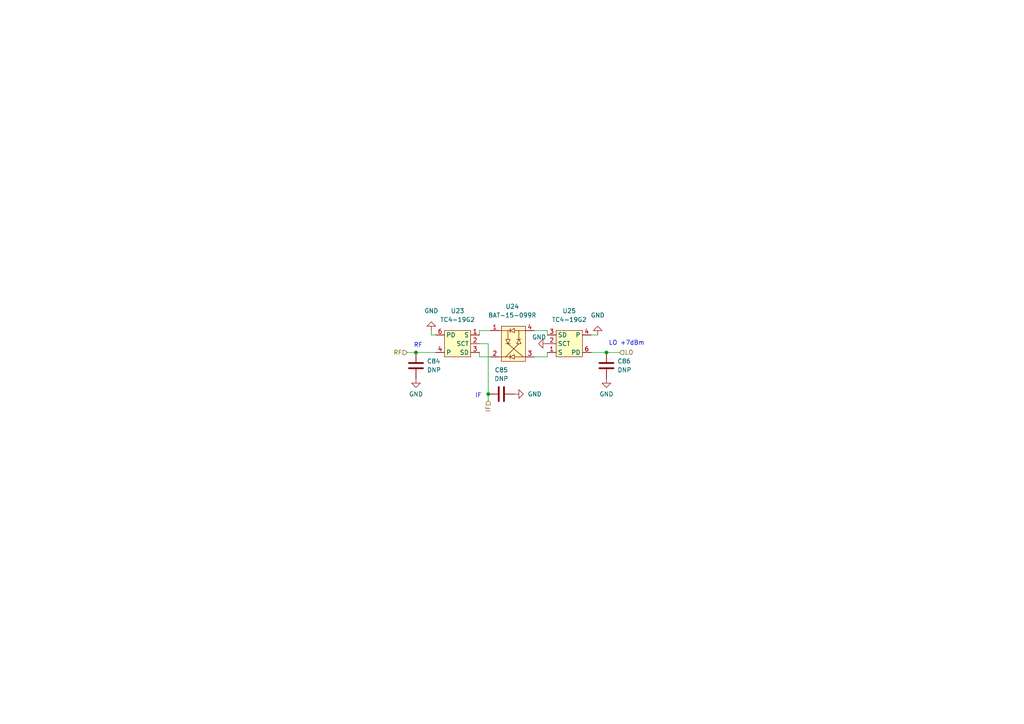
<source format=kicad_sch>
(kicad_sch (version 20230121) (generator eeschema)
  (paper "A4")
  (lib_symbols
    (symbol "Device:C" (pin_numbers hide) (pin_names (offset 0.254))
      (property "Reference" "C" (at 0.635 2.54 0))
      (property "Value" "C" (at 0.635 -2.54 0))
      (symbol "C_0_1"
        (polyline (pts (xy -2.032 -0.762) (xy 2.032 -0.762)) (stroke (width 0.508)))
        (polyline (pts (xy -2.032 0.762) (xy 2.032 0.762)) (stroke (width 0.508)))
      )
      (symbol "C_1_1"
        (pin passive line (at 0 3.81 270) (length 2.794) (name "~") (number "1"))
        (pin passive line (at 0 -3.81 90) (length 2.794) (name "~") (number "2"))
      )
    )
    (symbol "RF Parts:BAT-15-099R"
      (property "Reference" "U" (at 0.635 7.62 0))
      (property "Value" "BAT-15-099R" (at 0.635 5.715 0))
      (symbol "BAT-15-099R_0_1"
        (rectangle (start -3.175 4.445) (end 3.81 -5.715) (fill (type background)))
        (polyline (pts (xy -3.81 3.175) (xy -0.635 3.175)))
        (polyline (pts (xy -1.905 -4.445) (xy 1.905 -0.635)))
        (polyline (pts (xy -1.27 -0.635) (xy 3.175 -4.445)))
        (polyline (pts (xy -1.27 3.175) (xy -1.27 0.635)))
        (polyline (pts (xy -0.635 -5.08) (xy -0.635 -3.81)))
        (polyline (pts (xy -0.635 -4.445) (xy -3.81 -4.445)))
        (polyline (pts (xy -0.635 -0.635) (xy -1.905 -0.635)))
        (polyline (pts (xy -0.635 2.54) (xy -0.635 3.81)))
        (polyline (pts (xy 0.635 3.175) (xy 3.81 3.175)))
        (polyline (pts (xy 1.27 0.635) (xy 2.54 0.635)))
        (polyline (pts (xy 1.905 0.635) (xy 1.905 3.175)))
        (polyline (pts (xy 3.81 -4.445) (xy 0.635 -4.445)))
        (polyline (pts (xy -0.635 0.635) (xy -1.905 0.635) (xy -1.27 -0.635) (xy -0.635 0.635)))
        (polyline (pts (xy 0.635 -5.08) (xy 0.635 -3.81) (xy -0.635 -4.445) (xy 0.635 -5.08)))
        (polyline (pts (xy 0.635 2.54) (xy 0.635 3.81) (xy -0.635 3.175) (xy 0.635 2.54)))
        (polyline (pts (xy 1.27 -0.635) (xy 2.54 -0.635) (xy 1.905 0.635) (xy 1.27 -0.635)))
      )
      (symbol "BAT-15-099R_1_1"
        (pin passive line (at -6.35 3.175 0) (length 2.54) (name "") (number "1"))
        (pin passive line (at -6.35 -4.445 0) (length 2.54) (name "") (number "2"))
        (pin passive line (at 6.35 -4.445 180) (length 2.54) (name "") (number "3"))
        (pin passive line (at 6.35 3.175 180) (length 2.54) (name "") (number "4"))
      )
    )
    (symbol "RF Parts:TC4-19G2"
      (property "Reference" "U" (at 0 6.35 0))
      (property "Value" "TC4-19G2" (at 0 4.445 0))
      (symbol "TC4-19G2_0_1"
        (rectangle (start -3.81 3.175) (end 3.81 -4.445) (fill (type background)))
      )
      (symbol "TC4-19G2_1_1"
        (pin passive line (at 6.35 1.905 180) (length 2.54) (name "S") (number "1"))
        (pin passive line (at 6.35 -0.635 180) (length 2.54) (name "SCT") (number "2"))
        (pin passive line (at 6.35 -3.175 180) (length 2.54) (name "SD") (number "3"))
        (pin passive line (at -6.35 -3.175 0) (length 2.54) (name "P") (number "4"))
        (pin passive line (at -6.35 1.905 0) (length 2.54) (name "PD") (number "6"))
      )
    )
    (symbol "power:GND" (power) (pin_names (offset 0))
      (property "Value" "GND" (at 0 -3.81 0))
      (symbol "GND_0_1"
        (polyline (pts (xy 0 0) (xy 0 -1.27) (xy 1.27 -1.27) (xy 0 -2.54) (xy -1.27 -1.27) (xy 0 -1.27)))
      )
      (symbol "GND_1_1"
        (pin power_in line (at 0 0 270) (length 0) hide (name "GND") (number "1"))
      )
    )
  )
  (junction (at 141.605 114.3))
  (junction (at 175.895 102.235))
  (junction (at 120.65 102.235))
  (wire (pts (xy 141.605 114.3) (xy 141.605 116.205)))
  (wire (pts (xy 126.365 97.155) (xy 125.095 97.155)))
  (wire (pts (xy 139.065 99.695) (xy 141.605 99.695)))
  (wire (pts (xy 171.45 102.235) (xy 175.895 102.235)))
  (wire (pts (xy 139.065 95.885) (xy 139.065 97.155)))
  (wire (pts (xy 154.94 103.505) (xy 158.75 103.505)))
  (wire (pts (xy 154.94 95.885) (xy 158.75 95.885)))
  (wire (pts (xy 175.895 102.235) (xy 179.705 102.235)))
  (wire (pts (xy 158.75 95.885) (xy 158.75 97.155)))
  (wire (pts (xy 120.65 102.235) (xy 126.365 102.235)))
  (wire (pts (xy 118.11 102.235) (xy 120.65 102.235)))
  (wire (pts (xy 142.24 95.885) (xy 139.065 95.885)))
  (wire (pts (xy 139.065 102.235) (xy 139.065 103.505)))
  (wire (pts (xy 139.065 103.505) (xy 142.24 103.505)))
  (wire (pts (xy 141.605 99.695) (xy 141.605 114.3)))
  (wire (pts (xy 158.75 103.505) (xy 158.75 102.235)))
  (wire (pts (xy 173.355 97.155) (xy 171.45 97.155)))
  (wire (pts (xy 125.095 97.155) (xy 125.095 95.885)))
  (text "RF\n" (at 122.555 100.965 0) (effects (font (size 1.27 1.27)) (justify right bottom)))
  (text "IF\n" (at 139.7 115.57 0) (effects (font (size 1.27 1.27)) (justify right bottom)))
  (text "LO +7dBm" (at 176.53 100.33 0) (effects (font (size 1.27 1.27)) (justify left bottom)))
  (hierarchical_label "RF" (shape input) (at 118.11 102.235 180))
  (hierarchical_label "LO" (shape input) (at 179.705 102.235 0))
  (hierarchical_label "IF" (shape input) (at 141.605 116.205 270))
  (symbol (lib_id "power:GND") (at 175.895 109.855 0) (unit 1)
    (property "Reference" "#PWR0133" (effects hide))
    (property "Value" "GND" (at 175.895 114.3 0))
  )
  (symbol (lib_id "power:GND") (at 158.75 99.695 270) (unit 1)
    (property "Reference" "#PWR0131" (effects hide))
    (property "Value" "GND" (at 154.305 97.79 90) (effects (justify left)))
  )
  (symbol (lib_id "power:GND") (at 120.65 109.855 0) (unit 1)
    (property "Reference" "#PWR0128" (effects hide))
    (property "Value" "GND" (at 120.65 114.3 0))
  )
  (symbol (lib_id "RF Parts:TC4-19G2") (at 165.1 100.33 180) (unit 1)
    (property "Reference" "U25" (at 165.1 90.17 0))
    (property "Value" "TC4-19G2" (at 165.1 92.71 0))
    (property "Footprint" "Library:AT224" (effects hide))
  )
  (symbol (lib_id "RF Parts:TC4-19G2") (at 132.715 99.06 0) (unit 1)
    (property "Reference" "U23" (at 132.715 90.17 0))
    (property "Value" "TC4-19G2" (at 132.715 92.71 0))
    (property "Footprint" "Library:AT224" (effects hide))
  )
  (symbol (lib_id "power:GND") (at 173.355 97.155 180) (unit 1)
    (property "Reference" "#PWR0132" (effects hide))
    (property "Value" "GND" (at 173.355 91.44 0))
  )
  (symbol (lib_id "Device:C") (at 120.65 106.045 0) (unit 1)
    (property "Reference" "C84" (at 123.825 104.7749 0) (effects (justify left)))
    (property "Value" "DNP" (at 123.825 107.3149 0) (effects (justify left)))
    (property "Footprint" "Capacitor_SMD:C_0402_1005Metric" (effects hide))
  )
  (symbol (lib_id "power:GND") (at 125.095 95.885 180) (unit 1)
    (property "Reference" "#PWR0129" (effects hide))
    (property "Value" "GND" (at 125.095 90.17 0))
  )
  (symbol (lib_id "RF Parts:BAT-15-099R") (at 148.59 99.06 0) (unit 1)
    (property "Reference" "U24" (at 148.59 88.9 0))
    (property "Value" "BAT-15-099R" (at 148.59 91.44 0))
    (property "Footprint" "Package_TO_SOT_SMD:SOT-143" (effects hide))
  )
  (symbol (lib_id "Device:C") (at 175.895 106.045 0) (unit 1)
    (property "Reference" "C86" (at 179.07 104.7749 0) (effects (justify left)))
    (property "Value" "DNP" (at 179.07 107.3149 0) (effects (justify left)))
    (property "Footprint" "Capacitor_SMD:C_0402_1005Metric" (effects hide))
  )
  (symbol (lib_id "power:GND") (at 149.225 114.3 90) (unit 1)
    (property "Reference" "#PWR0130" (effects hide))
    (property "Value" "GND" (at 153.035 114.2999 90) (effects (justify right)))
  )
  (symbol (lib_id "Device:C") (at 145.415 114.3 90) (unit 1)
    (property "Reference" "C85" (at 145.415 107.315 90))
    (property "Value" "DNP" (at 145.415 109.855 90))
    (property "Footprint" "Capacitor_SMD:C_0402_1005Metric" (effects hide))
  )
)
</source>
